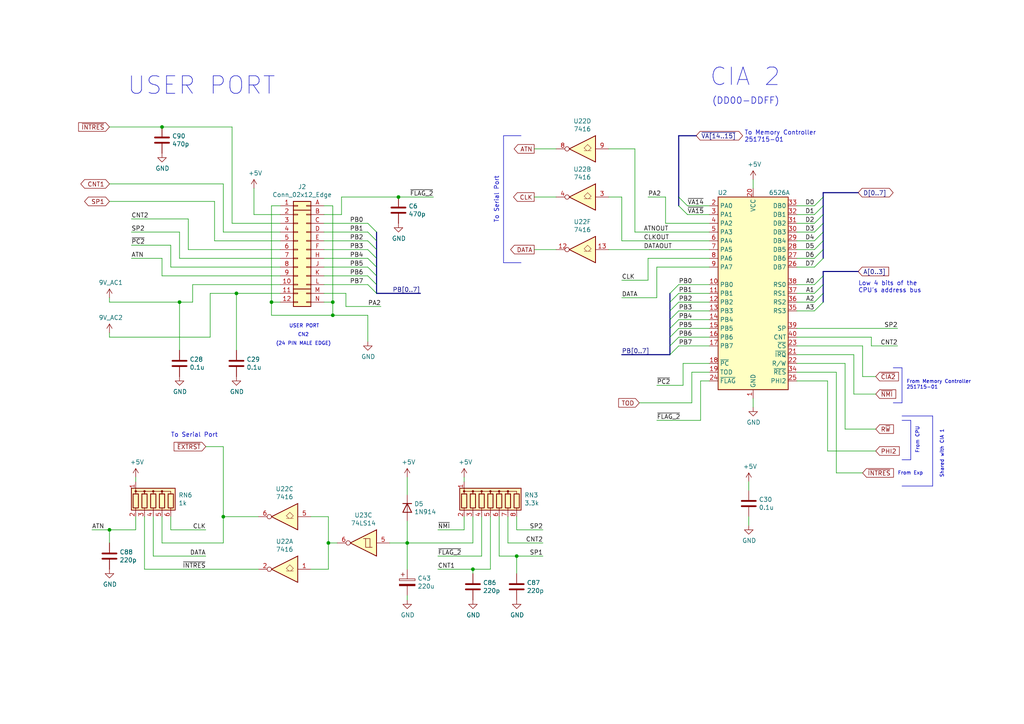
<source format=kicad_sch>
(kicad_sch (version 20230121) (generator eeschema)
  (paper "A4")
  (title_block (title "Commodore C64C - Assy 250469-01 Rev. A") (date "2023-04-02") (rev "2") (company "https://github.com/KicadRetroArchive") (comment 1 "KiCad schematic licensed under CERN-OHL-S") (comment 2 "WARNING: These schematics might contain errors!") (comment 3 "Author: Andrea Cisternino <andrea.cisternino@posteo.net>"))
  (lib_symbols
    (symbol "250469-01:9V_AC1" (power) (pin_names (offset 0))
      (property "Value" "9V_AC1" (at 0 3.556 0))
      (symbol "9V_AC1_0_1"
        (polyline (pts (xy -0.762 1.27) (xy 0 2.54)))
        (polyline (pts (xy 0 0) (xy 0 2.54)))
        (polyline (pts (xy 0 2.54) (xy 0.762 1.27)))
      )
      (symbol "9V_AC1_1_1"
        (pin power_in line (at 0 0 90) (length 0) hide (name "9V_AC1") (number "1"))
      )
    )
    (symbol "250469-01:9V_AC2" (power) (pin_names (offset 0))
      (property "Value" "9V_AC2" (at 0 3.556 0))
      (symbol "9V_AC2_0_1"
        (polyline (pts (xy -0.762 1.27) (xy 0 2.54)))
        (polyline (pts (xy 0 0) (xy 0 2.54)))
        (polyline (pts (xy 0 2.54) (xy 0.762 1.27)))
      )
      (symbol "9V_AC2_1_1"
        (pin power_in line (at 0 0 90) (length 0) hide (name "9V_AC2") (number "1"))
      )
    )
    (symbol "250469-01:Conn_02x12_Edge" (pin_names (offset 1.016) hide)
      (property "Reference" "J" (at 0 16.51 0))
      (property "Value" "Conn_02x12_Edge" (at 0 -16.51 0))
      (symbol "Conn_02x12_Edge_0_1"
        (polyline (pts (xy -2.54 -10.16) (xy 2.54 -10.16)) (stroke (width 0.254)))
        (polyline (pts (xy -2.54 12.7) (xy 2.54 12.7)) (stroke (width 0.254)))
      )
      (symbol "Conn_02x12_Edge_1_1"
        (rectangle (start -2.54 -13.843) (end -1.27 -14.097) (stroke (width 0.1524)))
        (rectangle (start -2.54 -11.303) (end -1.27 -11.557) (stroke (width 0.1524)))
        (rectangle (start -2.54 -8.763) (end -1.27 -9.017) (stroke (width 0.1524)))
        (rectangle (start -2.54 -6.223) (end -1.27 -6.477) (stroke (width 0.1524)))
        (rectangle (start -2.54 -3.683) (end -1.27 -3.937) (stroke (width 0.1524)))
        (rectangle (start -2.54 -1.143) (end -1.27 -1.397) (stroke (width 0.1524)))
        (rectangle (start -2.54 1.397) (end -1.27 1.143) (stroke (width 0.1524)))
        (rectangle (start -2.54 3.937) (end -1.27 3.683) (stroke (width 0.1524)))
        (rectangle (start -2.54 6.477) (end -1.27 6.223) (stroke (width 0.1524)))
        (rectangle (start -2.54 9.017) (end -1.27 8.763) (stroke (width 0.1524)))
        (rectangle (start -2.54 11.557) (end -1.27 11.303) (stroke (width 0.1524)))
        (rectangle (start -2.54 14.097) (end -1.27 13.843) (stroke (width 0.1524)))
        (rectangle (start -2.54 15.24) (end 2.54 -15.24) (stroke (width 0.254)) (fill (type background)))
        (rectangle (start 2.54 -13.843) (end 1.27 -14.097) (stroke (width 0.1524)))
        (rectangle (start 2.54 -11.303) (end 1.27 -11.557) (stroke (width 0.1524)))
        (rectangle (start 2.54 -8.763) (end 1.27 -9.017) (stroke (width 0.1524)))
        (rectangle (start 2.54 -6.223) (end 1.27 -6.477) (stroke (width 0.1524)))
        (rectangle (start 2.54 -3.683) (end 1.27 -3.937) (stroke (width 0.1524)))
        (rectangle (start 2.54 -1.143) (end 1.27 -1.397) (stroke (width 0.1524)))
        (rectangle (start 2.54 1.397) (end 1.27 1.143) (stroke (width 0.1524)))
        (rectangle (start 2.54 3.937) (end 1.27 3.683) (stroke (width 0.1524)))
        (rectangle (start 2.54 6.477) (end 1.27 6.223) (stroke (width 0.1524)))
        (rectangle (start 2.54 9.017) (end 1.27 8.763) (stroke (width 0.1524)))
        (rectangle (start 2.54 11.557) (end 1.27 11.303) (stroke (width 0.1524)))
        (rectangle (start 2.54 14.097) (end 1.27 13.843) (stroke (width 0.1524)))
        (pin passive line (at -6.35 13.97 0) (length 3.81) (name "Pin_1") (number "1"))
        (pin passive line (at -6.35 -8.89 0) (length 3.81) (name "Pin_10") (number "10"))
        (pin passive line (at -6.35 -11.43 0) (length 3.81) (name "Pin_11") (number "11"))
        (pin passive line (at -6.35 -13.97 0) (length 3.81) (name "Pin_12") (number "12"))
        (pin passive line (at -6.35 11.43 0) (length 3.81) (name "Pin_2") (number "2"))
        (pin passive line (at -6.35 8.89 0) (length 3.81) (name "Pin_3") (number "3"))
        (pin passive line (at -6.35 6.35 0) (length 3.81) (name "Pin_4") (number "4"))
        (pin passive line (at -6.35 3.81 0) (length 3.81) (name "Pin_5") (number "5"))
        (pin passive line (at -6.35 1.27 0) (length 3.81) (name "Pin_6") (number "6"))
        (pin passive line (at -6.35 -1.27 0) (length 3.81) (name "Pin_7") (number "7"))
        (pin passive line (at -6.35 -3.81 0) (length 3.81) (name "Pin_8") (number "8"))
        (pin passive line (at -6.35 -6.35 0) (length 3.81) (name "Pin_9") (number "9"))
        (pin passive line (at 6.35 13.97 180) (length 3.81) (name "Pin_A") (number "A"))
        (pin passive line (at 6.35 11.43 180) (length 3.81) (name "Pin_B") (number "B"))
        (pin passive line (at 6.35 8.89 180) (length 3.81) (name "Pin_C") (number "C"))
        (pin passive line (at 6.35 6.35 180) (length 3.81) (name "Pin_D") (number "D"))
        (pin passive line (at 6.35 3.81 180) (length 3.81) (name "Pin_E") (number "E"))
        (pin passive line (at 6.35 1.27 180) (length 3.81) (name "Pin_F") (number "F"))
        (pin passive line (at 6.35 -1.27 180) (length 3.81) (name "Pin_H") (number "H"))
        (pin passive line (at 6.35 -3.81 180) (length 3.81) (name "Pin_J") (number "J"))
        (pin passive line (at 6.35 -6.35 180) (length 3.81) (name "Pin_K") (number "K"))
        (pin passive line (at 6.35 -8.89 180) (length 3.81) (name "Pin_L") (number "L"))
        (pin passive line (at 6.35 -11.43 180) (length 3.81) (name "Pin_M") (number "M"))
        (pin passive line (at 6.35 -13.97 180) (length 3.81) (name "Pin_N") (number "N"))
      )
    )
    (symbol "74xx:74LS14" (pin_names (offset 1.016))
      (property "Reference" "U" (at 0 1.27 0))
      (property "Value" "74LS14" (at 0 -1.27 0))
      (symbol "74LS14_1_0"
        (polyline (pts (xy -3.81 3.81) (xy -3.81 -3.81) (xy 3.81 0) (xy -3.81 3.81)) (stroke (width 0.254)) (fill (type background)))
        (pin input line (at -7.62 0 0) (length 3.81) (name "~") (number "1"))
        (pin output inverted (at 7.62 0 180) (length 3.81) (name "~") (number "2"))
      )
      (symbol "74LS14_1_1"
        (polyline (pts (xy -1.905 -1.27) (xy -1.905 1.27) (xy -0.635 1.27)))
        (polyline (pts (xy -2.54 -1.27) (xy -0.635 -1.27) (xy -0.635 1.27) (xy 0 1.27)))
      )
      (symbol "74LS14_2_0"
        (polyline (pts (xy -3.81 3.81) (xy -3.81 -3.81) (xy 3.81 0) (xy -3.81 3.81)) (stroke (width 0.254)) (fill (type background)))
        (pin input line (at -7.62 0 0) (length 3.81) (name "~") (number "3"))
        (pin output inverted (at 7.62 0 180) (length 3.81) (name "~") (number "4"))
      )
      (symbol "74LS14_2_1"
        (polyline (pts (xy -1.905 -1.27) (xy -1.905 1.27) (xy -0.635 1.27)))
        (polyline (pts (xy -2.54 -1.27) (xy -0.635 -1.27) (xy -0.635 1.27) (xy 0 1.27)))
      )
      (symbol "74LS14_3_0"
        (polyline (pts (xy -3.81 3.81) (xy -3.81 -3.81) (xy 3.81 0) (xy -3.81 3.81)) (stroke (width 0.254)) (fill (type background)))
        (pin input line (at -7.62 0 0) (length 3.81) (name "~") (number "5"))
        (pin output inverted (at 7.62 0 180) (length 3.81) (name "~") (number "6"))
      )
      (symbol "74LS14_3_1"
        (polyline (pts (xy -1.905 -1.27) (xy -1.905 1.27) (xy -0.635 1.27)))
        (polyline (pts (xy -2.54 -1.27) (xy -0.635 -1.27) (xy -0.635 1.27) (xy 0 1.27)))
      )
      (symbol "74LS14_4_0"
        (polyline (pts (xy -3.81 3.81) (xy -3.81 -3.81) (xy 3.81 0) (xy -3.81 3.81)) (stroke (width 0.254)) (fill (type background)))
        (pin output inverted (at 7.62 0 180) (length 3.81) (name "~") (number "8"))
        (pin input line (at -7.62 0 0) (length 3.81) (name "~") (number "9"))
      )
      (symbol "74LS14_4_1"
        (polyline (pts (xy -1.905 -1.27) (xy -1.905 1.27) (xy -0.635 1.27)))
        (polyline (pts (xy -2.54 -1.27) (xy -0.635 -1.27) (xy -0.635 1.27) (xy 0 1.27)))
      )
      (symbol "74LS14_5_0"
        (polyline (pts (xy -3.81 3.81) (xy -3.81 -3.81) (xy 3.81 0) (xy -3.81 3.81)) (stroke (width 0.254)) (fill (type background)))
        (pin output inverted (at 7.62 0 180) (length 3.81) (name "~") (number "10"))
        (pin input line (at -7.62 0 0) (length 3.81) (name "~") (number "11"))
      )
      (symbol "74LS14_5_1"
        (polyline (pts (xy -1.905 -1.27) (xy -1.905 1.27) (xy -0.635 1.27)))
        (polyline (pts (xy -2.54 -1.27) (xy -0.635 -1.27) (xy -0.635 1.27) (xy 0 1.27)))
      )
      (symbol "74LS14_6_0"
        (polyline (pts (xy -3.81 3.81) (xy -3.81 -3.81) (xy 3.81 0) (xy -3.81 3.81)) (stroke (width 0.254)) (fill (type background)))
        (pin output inverted (at 7.62 0 180) (length 3.81) (name "~") (number "12"))
        (pin input line (at -7.62 0 0) (length 3.81) (name "~") (number "13"))
      )
      (symbol "74LS14_6_1"
        (polyline (pts (xy -1.905 -1.27) (xy -1.905 1.27) (xy -0.635 1.27)))
        (polyline (pts (xy -2.54 -1.27) (xy -0.635 -1.27) (xy -0.635 1.27) (xy 0 1.27)))
      )
      (symbol "74LS14_7_0"
        (pin power_in line (at 0 12.7 270) (length 5.08) (name "VCC") (number "14"))
        (pin power_in line (at 0 -12.7 90) (length 5.08) (name "GND") (number "7"))
      )
      (symbol "74LS14_7_1"
        (rectangle (start -5.08 7.62) (end 5.08 -7.62) (stroke (width 0.254)) (fill (type background)))
      )
    )
    (symbol "Device:C" (pin_numbers hide) (pin_names (offset 0.254))
      (property "Reference" "C" (at 0.635 2.54 0))
      (property "Value" "C" (at 0.635 -2.54 0))
      (symbol "C_0_1"
        (polyline (pts (xy -2.032 -0.762) (xy 2.032 -0.762)) (stroke (width 0.508)))
        (polyline (pts (xy -2.032 0.762) (xy 2.032 0.762)) (stroke (width 0.508)))
      )
      (symbol "C_1_1"
        (pin passive line (at 0 3.81 270) (length 2.794) (name "~") (number "1"))
        (pin passive line (at 0 -3.81 90) (length 2.794) (name "~") (number "2"))
      )
    )
    (symbol "Device:C_Polarized" (pin_numbers hide) (pin_names (offset 0.254))
      (property "Reference" "C" (at 0.635 2.54 0))
      (property "Value" "C_Polarized" (at 0.635 -2.54 0))
      (symbol "C_Polarized_0_1"
        (rectangle (start -2.286 0.508) (end 2.286 1.016))
        (polyline (pts (xy -1.778 2.286) (xy -0.762 2.286)))
        (polyline (pts (xy -1.27 2.794) (xy -1.27 1.778)))
        (rectangle (start 2.286 -0.508) (end -2.286 -1.016) (fill (type outline)))
      )
      (symbol "C_Polarized_1_1"
        (pin passive line (at 0 3.81 270) (length 2.794) (name "~") (number "1"))
        (pin passive line (at 0 -3.81 90) (length 2.794) (name "~") (number "2"))
      )
    )
    (symbol "Device:R_Network05" (pin_names (offset 0) hide)
      (property "Reference" "RN" (at -7.62 0 90))
      (property "Value" "R_Network05" (at 7.62 0 90))
      (symbol "R_Network05_0_1"
        (rectangle (start -6.35 -3.175) (end 6.35 3.175) (stroke (width 0.254)) (fill (type background)))
        (rectangle (start -5.842 1.524) (end -4.318 -2.54) (stroke (width 0.254)))
        (circle (center -5.08 2.286) (radius 0.254) (fill (type outline)))
        (rectangle (start -3.302 1.524) (end -1.778 -2.54) (stroke (width 0.254)))
        (circle (center -2.54 2.286) (radius 0.254) (fill (type outline)))
        (rectangle (start -0.762 1.524) (end 0.762 -2.54) (stroke (width 0.254)))
        (polyline (pts (xy -5.08 -2.54) (xy -5.08 -3.81)))
        (polyline (pts (xy -2.54 -2.54) (xy -2.54 -3.81)))
        (polyline (pts (xy 0 -2.54) (xy 0 -3.81)))
        (polyline (pts (xy 2.54 -2.54) (xy 2.54 -3.81)))
        (polyline (pts (xy 5.08 -2.54) (xy 5.08 -3.81)))
        (polyline (pts (xy -5.08 1.524) (xy -5.08 2.286) (xy -2.54 2.286) (xy -2.54 1.524)))
        (polyline (pts (xy -2.54 1.524) (xy -2.54 2.286) (xy 0 2.286) (xy 0 1.524)))
        (polyline (pts (xy 0 1.524) (xy 0 2.286) (xy 2.54 2.286) (xy 2.54 1.524)))
        (polyline (pts (xy 2.54 1.524) (xy 2.54 2.286) (xy 5.08 2.286) (xy 5.08 1.524)))
        (circle (center 0 2.286) (radius 0.254) (fill (type outline)))
        (rectangle (start 1.778 1.524) (end 3.302 -2.54) (stroke (width 0.254)))
        (circle (center 2.54 2.286) (radius 0.254) (fill (type outline)))
        (rectangle (start 4.318 1.524) (end 5.842 -2.54) (stroke (width 0.254)))
      )
      (symbol "R_Network05_1_1"
        (pin passive line (at -5.08 5.08 270) (length 2.54) (name "common") (number "1"))
        (pin passive line (at -5.08 -5.08 90) (length 1.27) (name "R1") (number "2"))
        (pin passive line (at -2.54 -5.08 90) (length 1.27) (name "R2") (number "3"))
        (pin passive line (at 0 -5.08 90) (length 1.27) (name "R3") (number "4"))
        (pin passive line (at 2.54 -5.08 90) (length 1.27) (name "R4") (number "5"))
        (pin passive line (at 5.08 -5.08 90) (length 1.27) (name "R5") (number "6"))
      )
    )
    (symbol "Device:R_Network07" (pin_names (offset 0) hide)
      (property "Reference" "RN" (at -10.16 0 90))
      (property "Value" "R_Network07" (at 10.16 0 90))
      (symbol "R_Network07_0_1"
        (rectangle (start -8.89 -3.175) (end 8.89 3.175) (stroke (width 0.254)) (fill (type background)))
        (rectangle (start -8.382 1.524) (end -6.858 -2.54) (stroke (width 0.254)))
        (circle (center -7.62 2.286) (radius 0.254) (fill (type outline)))
        (rectangle (start -5.842 1.524) (end -4.318 -2.54) (stroke (width 0.254)))
        (circle (center -5.08 2.286) (radius 0.254) (fill (type outline)))
        (rectangle (start -3.302 1.524) (end -1.778 -2.54) (stroke (width 0.254)))
        (circle (center -2.54 2.286) (radius 0.254) (fill (type outline)))
        (rectangle (start -0.762 1.524) (end 0.762 -2.54) (stroke (width 0.254)))
        (polyline (pts (xy -7.62 -2.54) (xy -7.62 -3.81)))
        (polyline (pts (xy -5.08 -2.54) (xy -5.08 -3.81)))
        (polyline (pts (xy -2.54 -2.54) (xy -2.54 -3.81)))
        (polyline (pts (xy 0 -2.54) (xy 0 -3.81)))
        (polyline (pts (xy 2.54 -2.54) (xy 2.54 -3.81)))
        (polyline (pts (xy 5.08 -2.54) (xy 5.08 -3.81)))
        (polyline (pts (xy 7.62 -2.54) (xy 7.62 -3.81)))
        (polyline (pts (xy -7.62 1.524) (xy -7.62 2.286) (xy -5.08 2.286) (xy -5.08 1.524)))
        (polyline (pts (xy -5.08 1.524) (xy -5.08 2.286) (xy -2.54 2.286) (xy -2.54 1.524)))
        (polyline (pts (xy -2.54 1.524) (xy -2.54 2.286) (xy 0 2.286) (xy 0 1.524)))
        (polyline (pts (xy 0 1.524) (xy 0 2.286) (xy 2.54 2.286) (xy 2.54 1.524)))
        (polyline (pts (xy 2.54 1.524) (xy 2.54 2.286) (xy 5.08 2.286) (xy 5.08 1.524)))
        (polyline (pts (xy 5.08 1.524) (xy 5.08 2.286) (xy 7.62 2.286) (xy 7.62 1.524)))
        (circle (center 0 2.286) (radius 0.254) (fill (type outline)))
        (rectangle (start 1.778 1.524) (end 3.302 -2.54) (stroke (width 0.254)))
        (circle (center 2.54 2.286) (radius 0.254) (fill (type outline)))
        (rectangle (start 4.318 1.524) (end 5.842 -2.54) (stroke (width 0.254)))
        (circle (center 5.08 2.286) (radius 0.254) (fill (type outline)))
        (rectangle (start 6.858 1.524) (end 8.382 -2.54) (stroke (width 0.254)))
      )
      (symbol "R_Network07_1_1"
        (pin passive line (at -7.62 5.08 270) (length 2.54) (name "common") (number "1"))
        (pin passive line (at -7.62 -5.08 90) (length 1.27) (name "R1") (number "2"))
        (pin passive line (at -5.08 -5.08 90) (length 1.27) (name "R2") (number "3"))
        (pin passive line (at -2.54 -5.08 90) (length 1.27) (name "R3") (number "4"))
        (pin passive line (at 0 -5.08 90) (length 1.27) (name "R4") (number "5"))
        (pin passive line (at 2.54 -5.08 90) (length 1.27) (name "R5") (number "6"))
        (pin passive line (at 5.08 -5.08 90) (length 1.27) (name "R6") (number "7"))
        (pin passive line (at 7.62 -5.08 90) (length 1.27) (name "R7") (number "8"))
      )
    )
    (symbol "Diode:1N914" (pin_numbers hide) (pin_names hide)
      (property "Reference" "D" (at 0 2.54 0))
      (property "Value" "1N914" (at 0 -2.54 0))
      (symbol "1N914_0_1"
        (polyline (pts (xy -1.27 1.27) (xy -1.27 -1.27)) (stroke (width 0.254)))
        (polyline (pts (xy 1.27 0) (xy -1.27 0)))
        (polyline (pts (xy 1.27 1.27) (xy 1.27 -1.27) (xy -1.27 0) (xy 1.27 1.27)) (stroke (width 0.254)))
      )
      (symbol "1N914_1_1"
        (pin passive line (at -3.81 0 0) (length 2.54) (name "K") (number "1"))
        (pin passive line (at 3.81 0 180) (length 2.54) (name "A") (number "2"))
      )
    )
    (symbol "krl_74xx:7416"
      (property "Reference" "U" (at 0 1.524 0))
      (property "Value" "7416" (at 0 -0.762 0))
      (symbol "7416_1_0"
        (polyline (pts (xy -3.81 3.81) (xy -3.81 -3.81) (xy 3.81 0) (xy -3.81 3.81)) (stroke (width 0.254)) (fill (type background)))
        (pin input line (at -7.62 0 0) (length 3.81) (name "~") (number "1"))
        (pin open_collector inverted (at 7.62 0 180) (length 3.81) (name "~") (number "2"))
      )
      (symbol "7416_1_1"
        (polyline (pts (xy -2.54 -0.508) (xy -0.508 -0.508)) (stroke (width 0.1016)))
        (polyline (pts (xy -2.54 0.254) (xy -1.524 1.27)) (stroke (width 0.1016)))
        (polyline (pts (xy -1.778 -0.508) (xy -2.54 0.254)) (stroke (width 0.1016)))
        (polyline (pts (xy -1.524 1.27) (xy -0.508 0.254)) (stroke (width 0.1016)))
        (polyline (pts (xy -1.27 -0.508) (xy -0.508 0.254)) (stroke (width 0.1016)))
      )
      (symbol "7416_2_0"
        (polyline (pts (xy -3.81 3.81) (xy -3.81 -3.81) (xy 3.81 0) (xy -3.81 3.81)) (stroke (width 0.254)) (fill (type background)))
        (pin input line (at -7.62 0 0) (length 3.81) (name "~") (number "3"))
        (pin open_collector inverted (at 7.62 0 180) (length 3.81) (name "~") (number "4"))
      )
      (symbol "7416_2_1"
        (polyline (pts (xy -2.54 -0.508) (xy -0.508 -0.508)) (stroke (width 0.1016)))
        (polyline (pts (xy -2.54 0.254) (xy -1.524 1.27)) (stroke (width 0.1016)))
        (polyline (pts (xy -1.778 -0.508) (xy -2.54 0.254)) (stroke (width 0.1016)))
        (polyline (pts (xy -1.524 1.27) (xy -0.508 0.254)) (stroke (width 0.1016)))
        (polyline (pts (xy -1.27 -0.508) (xy -0.508 0.254)) (stroke (width 0.1016)))
      )
      (symbol "7416_3_0"
        (polyline (pts (xy -3.81 3.81) (xy -3.81 -3.81) (xy 3.81 0) (xy -3.81 3.81)) (stroke (width 0.254)) (fill (type background)))
        (pin input line (at -7.62 0 0) (length 3.81) (name "~") (number "5"))
        (pin open_collector inverted (at 7.62 0 180) (length 3.81) (name "~") (number "6"))
      )
      (symbol "7416_3_1"
        (polyline (pts (xy -2.54 -0.508) (xy -0.508 -0.508)) (stroke (width 0.1016)))
        (polyline (pts (xy -2.54 0.254) (xy -1.524 1.27)) (stroke (width 0.1016)))
        (polyline (pts (xy -1.778 -0.508) (xy -2.54 0.254)) (stroke (width 0.1016)))
        (polyline (pts (xy -1.524 1.27) (xy -0.508 0.254)) (stroke (width 0.1016)))
        (polyline (pts (xy -1.27 -0.508) (xy -0.508 0.254)) (stroke (width 0.1016)))
      )
      (symbol "7416_4_0"
        (polyline (pts (xy -3.81 3.81) (xy -3.81 -3.81) (xy 3.81 0) (xy -3.81 3.81)) (stroke (width 0.254)) (fill (type background)))
        (pin open_collector inverted (at 7.62 0 180) (length 3.81) (name "~") (number "8"))
        (pin input line (at -7.62 0 0) (length 3.81) (name "~") (number "9"))
      )
      (symbol "7416_4_1"
        (polyline (pts (xy -2.54 -0.508) (xy -0.508 -0.508)) (stroke (width 0.1016)))
        (polyline (pts (xy -2.54 0.254) (xy -1.524 1.27)) (stroke (width 0.1016)))
        (polyline (pts (xy -1.778 -0.508) (xy -2.54 0.254)) (stroke (width 0.1016)))
        (polyline (pts (xy -1.524 1.27) (xy -0.508 0.254)) (stroke (width 0.1016)))
        (polyline (pts (xy -1.27 -0.508) (xy -0.508 0.254)) (stroke (width 0.1016)))
      )
      (symbol "7416_5_0"
        (polyline (pts (xy -3.81 3.81) (xy -3.81 -3.81) (xy 3.81 0) (xy -3.81 3.81)) (stroke (width 0.254)) (fill (type background)))
        (pin open_collector inverted (at 7.62 0 180) (length 3.81) (name "~") (number "10"))
        (pin input line (at -7.62 0 0) (length 3.81) (name "~") (number "11"))
      )
      (symbol "7416_5_1"
        (polyline (pts (xy -2.54 -0.508) (xy -0.508 -0.508)) (stroke (width 0.1016)))
        (polyline (pts (xy -2.54 0.254) (xy -1.524 1.27)) (stroke (width 0.1016)))
        (polyline (pts (xy -1.778 -0.508) (xy -2.54 0.254)) (stroke (width 0.1016)))
        (polyline (pts (xy -1.524 1.27) (xy -0.508 0.254)) (stroke (width 0.1016)))
        (polyline (pts (xy -1.27 -0.508) (xy -0.508 0.254)) (stroke (width 0.1016)))
      )
      (symbol "7416_6_0"
        (polyline (pts (xy -3.81 3.81) (xy -3.81 -3.81) (xy 3.81 0) (xy -3.81 3.81)) (stroke (width 0.254)) (fill (type background)))
        (pin open_collector inverted (at 7.62 0 180) (length 3.81) (name "~") (number "12"))
        (pin input line (at -7.62 0 0) (length 3.81) (name "~") (number "13"))
      )
      (symbol "7416_6_1"
        (polyline (pts (xy -2.54 -0.508) (xy -0.508 -0.508)) (stroke (width 0.1016)))
        (polyline (pts (xy -2.54 0.254) (xy -1.524 1.27)) (stroke (width 0.1016)))
        (polyline (pts (xy -1.778 -0.508) (xy -2.54 0.254)) (stroke (width 0.1016)))
        (polyline (pts (xy -1.524 1.27) (xy -0.508 0.254)) (stroke (width 0.1016)))
        (polyline (pts (xy -1.27 -0.508) (xy -0.508 0.254)) (stroke (width 0.1016)))
      )
      (symbol "7416_7_0"
        (pin power_in line (at 0 12.7 270) (length 5.08) (name "VCC") (number "14"))
        (pin power_in line (at 0 -12.7 90) (length 5.08) (name "GND") (number "7"))
      )
      (symbol "7416_7_1"
        (rectangle (start -5.08 7.62) (end 5.08 -7.62) (stroke (width 0.254)) (fill (type background)))
      )
    )
    (symbol "krl_MOS-Technology:6526A"
      (property "Reference" "U" (at -10.16 29.21 0))
      (property "Value" "6526A" (at 7.62 29.21 0))
      (symbol "6526A_0_0"
        (pin power_in line (at 0 -30.48 90) (length 2.54) (name "GND") (number "1"))
        (pin bidirectional line (at -12.7 2.54 0) (length 2.54) (name "PB0") (number "10"))
        (pin bidirectional line (at -12.7 0 0) (length 2.54) (name "PB1") (number "11"))
        (pin bidirectional line (at -12.7 -2.54 0) (length 2.54) (name "PB2") (number "12"))
        (pin bidirectional line (at -12.7 -5.08 0) (length 2.54) (name "PB3") (number "13"))
        (pin bidirectional line (at -12.7 -7.62 0) (length 2.54) (name "PB4") (number "14"))
        (pin bidirectional line (at -12.7 -10.16 0) (length 2.54) (name "PB5") (number "15"))
        (pin bidirectional line (at -12.7 -12.7 0) (length 2.54) (name "PB6") (number "16"))
        (pin bidirectional line (at -12.7 -15.24 0) (length 2.54) (name "PB7") (number "17"))
        (pin output line (at -12.7 -20.32 0) (length 2.54) (name "~{PC}") (number "18"))
        (pin input line (at -12.7 -22.86 0) (length 2.54) (name "TOD") (number "19"))
        (pin bidirectional line (at -12.7 25.4 0) (length 2.54) (name "PA0") (number "2"))
        (pin power_in line (at 0 30.48 270) (length 2.54) (name "VCC") (number "20"))
        (pin open_collector line (at 12.7 -17.78 180) (length 2.54) (name "~{IRQ}") (number "21"))
        (pin input line (at 12.7 -20.32 180) (length 2.54) (name "R/W") (number "22"))
        (pin input line (at 12.7 -15.24 180) (length 2.54) (name "~{CS}") (number "23"))
        (pin input line (at -12.7 -25.4 0) (length 2.54) (name "~{FLAG}") (number "24"))
        (pin input line (at 12.7 -25.4 180) (length 2.54) (name "PHI2") (number "25"))
        (pin bidirectional line (at 12.7 7.62 180) (length 2.54) (name "DB7") (number "26"))
        (pin bidirectional line (at 12.7 10.16 180) (length 2.54) (name "DB6") (number "27"))
        (pin bidirectional line (at 12.7 12.7 180) (length 2.54) (name "DB5") (number "28"))
        (pin bidirectional line (at 12.7 15.24 180) (length 2.54) (name "DB4") (number "29"))
        (pin bidirectional line (at -12.7 22.86 0) (length 2.54) (name "PA1") (number "3"))
        (pin bidirectional line (at 12.7 17.78 180) (length 2.54) (name "DB3") (number "30"))
        (pin bidirectional line (at 12.7 20.32 180) (length 2.54) (name "DB2") (number "31"))
        (pin bidirectional line (at 12.7 22.86 180) (length 2.54) (name "DB1") (number "32"))
        (pin bidirectional line (at 12.7 25.4 180) (length 2.54) (name "DB0") (number "33"))
        (pin input line (at 12.7 -22.86 180) (length 2.54) (name "~{RES}") (number "34"))
        (pin input line (at 12.7 -5.08 180) (length 2.54) (name "RS3") (number "35"))
        (pin input line (at 12.7 -2.54 180) (length 2.54) (name "RS2") (number "36"))
        (pin input line (at 12.7 0 180) (length 2.54) (name "RS1") (number "37"))
        (pin input line (at 12.7 2.54 180) (length 2.54) (name "RS0") (number "38"))
        (pin bidirectional line (at 12.7 -10.16 180) (length 2.54) (name "SP") (number "39"))
        (pin bidirectional line (at -12.7 20.32 0) (length 2.54) (name "PA2") (number "4"))
        (pin bidirectional line (at 12.7 -12.7 180) (length 2.54) (name "CNT") (number "40"))
        (pin bidirectional line (at -12.7 17.78 0) (length 2.54) (name "PA3") (number "5"))
        (pin bidirectional line (at -12.7 15.24 0) (length 2.54) (name "PA4") (number "6"))
        (pin bidirectional line (at -12.7 12.7 0) (length 2.54) (name "PA5") (number "7"))
        (pin bidirectional line (at -12.7 10.16 0) (length 2.54) (name "PA6") (number "8"))
        (pin bidirectional line (at -12.7 7.62 0) (length 2.54) (name "PA7") (number "9"))
      )
      (symbol "6526A_0_1"
        (rectangle (start -10.16 27.94) (end 10.16 -27.94) (stroke (width 0.254)) (fill (type background)))
      )
    )
    (symbol "power:+5V" (power) (pin_names (offset 0))
      (property "Value" "+5V" (at 0 3.556 0))
      (symbol "+5V_0_1"
        (polyline (pts (xy -0.762 1.27) (xy 0 2.54)))
        (polyline (pts (xy 0 0) (xy 0 2.54)))
        (polyline (pts (xy 0 2.54) (xy 0.762 1.27)))
      )
      (symbol "+5V_1_1"
        (pin power_in line (at 0 0 90) (length 0) hide (name "+5V") (number "1"))
      )
    )
    (symbol "power:GND" (power) (pin_names (offset 0))
      (property "Value" "GND" (at 0 -3.81 0))
      (symbol "GND_0_1"
        (polyline (pts (xy 0 0) (xy 0 -1.27) (xy 1.27 -1.27) (xy 0 -2.54) (xy -1.27 -1.27) (xy 0 -1.27)))
      )
      (symbol "GND_1_1"
        (pin power_in line (at 0 0 270) (length 0) hide (name "GND") (number "1"))
      )
    )
  )
  (junction (at 64.77 149.86))
  (junction (at 137.16 165.1))
  (junction (at 52.07 87.63))
  (junction (at 96.52 87.63))
  (junction (at 68.58 85.09))
  (junction (at 118.11 157.48))
  (junction (at 95.25 157.48))
  (junction (at 31.75 153.67))
  (junction (at 46.99 36.83))
  (junction (at 149.86 161.29))
  (junction (at 115.57 57.15))
  (junction (at 96.52 91.44))
  (junction (at 78.74 87.63))
  (bus_entry (at 236.22 90.17) (size 2.54 -2.54))
  (bus_entry (at 106.68 69.85) (size 2.54 2.54))
  (bus_entry (at 196.85 82.55) (size -2.54 2.54))
  (bus_entry (at 196.85 57.15) (size 2.54 2.54))
  (bus_entry (at 236.22 64.77) (size 2.54 -2.54))
  (bus_entry (at 236.22 69.85) (size 2.54 -2.54))
  (bus_entry (at 194.31 87.63) (size 2.54 -2.54))
  (bus_entry (at 196.85 92.71) (size -2.54 2.54))
  (bus_entry (at 236.22 82.55) (size 2.54 -2.54))
  (bus_entry (at 236.22 59.69) (size 2.54 -2.54))
  (bus_entry (at 196.85 90.17) (size -2.54 2.54))
  (bus_entry (at 236.22 77.47) (size 2.54 -2.54))
  (bus_entry (at 106.68 77.47) (size 2.54 2.54))
  (bus_entry (at 106.68 80.01) (size 2.54 2.54))
  (bus_entry (at 196.85 59.69) (size 2.54 2.54))
  (bus_entry (at 106.68 67.31) (size 2.54 2.54))
  (bus_entry (at 196.85 95.25) (size -2.54 2.54))
  (bus_entry (at 236.22 85.09) (size 2.54 -2.54))
  (bus_entry (at 106.68 74.93) (size 2.54 2.54))
  (bus_entry (at 106.68 64.77) (size 2.54 2.54))
  (bus_entry (at 106.68 82.55) (size 2.54 2.54))
  (bus_entry (at 236.22 87.63) (size 2.54 -2.54))
  (bus_entry (at 106.68 72.39) (size 2.54 2.54))
  (bus_entry (at 236.22 67.31) (size 2.54 -2.54))
  (bus_entry (at 236.22 72.39) (size 2.54 -2.54))
  (bus_entry (at 196.85 87.63) (size -2.54 2.54))
  (bus_entry (at 236.22 74.93) (size 2.54 -2.54))
  (bus_entry (at 196.85 100.33) (size -2.54 2.54))
  (bus_entry (at 236.22 62.23) (size 2.54 -2.54))
  (bus_entry (at 196.85 97.79) (size -2.54 2.54))
  (wire (pts (xy 38.1 74.93) (xy 46.99 74.93)))
  (wire (pts (xy 231.14 64.77) (xy 236.22 64.77)))
  (wire (pts (xy 118.11 157.48) (xy 118.11 165.1)))
  (polyline (pts (xy 261.62 121.92) (xy 264.16 121.92)))
  (wire (pts (xy 231.14 77.47) (xy 236.22 77.47)))
  (wire (pts (xy 95.25 157.48) (xy 97.79 157.48)))
  (bus (pts (xy 238.76 85.09) (xy 238.76 87.63)))
  (wire (pts (xy 81.28 72.39) (xy 54.61 72.39)))
  (wire (pts (xy 78.74 59.69) (xy 78.74 87.63)))
  (wire (pts (xy 78.74 91.44) (xy 96.52 91.44)))
  (wire (pts (xy 52.07 67.31) (xy 52.07 74.93)))
  (bus (pts (xy 238.76 57.15) (xy 238.76 59.69)))
  (wire (pts (xy 231.14 95.25) (xy 260.35 95.25)))
  (bus (pts (xy 194.31 95.25) (xy 194.31 97.79)))
  (polyline (pts (xy 270.51 140.97) (xy 261.62 140.97)))
  (wire (pts (xy 90.17 149.86) (xy 95.25 149.86)))
  (bus (pts (xy 196.85 39.37) (xy 201.93 39.37)))
  (wire (pts (xy 38.1 67.31) (xy 52.07 67.31)))
  (wire (pts (xy 231.14 72.39) (xy 236.22 72.39)))
  (wire (pts (xy 39.37 153.67) (xy 31.75 153.67)))
  (wire (pts (xy 252.73 100.33) (xy 260.35 100.33)))
  (wire (pts (xy 176.53 72.39) (xy 205.74 72.39)))
  (wire (pts (xy 31.75 87.63) (xy 52.07 87.63)))
  (wire (pts (xy 198.12 105.41) (xy 205.74 105.41)))
  (wire (pts (xy 231.14 100.33) (xy 250.19 100.33)))
  (bus (pts (xy 238.76 78.74) (xy 248.92 78.74)))
  (wire (pts (xy 100.33 85.09) (xy 100.33 88.9)))
  (wire (pts (xy 203.2 121.92) (xy 190.5 121.92)))
  (wire (pts (xy 31.75 97.79) (xy 60.96 97.79)))
  (wire (pts (xy 137.16 166.37) (xy 137.16 165.1)))
  (wire (pts (xy 240.03 130.81) (xy 254 130.81)))
  (wire (pts (xy 93.98 64.77) (xy 106.68 64.77)))
  (wire (pts (xy 242.57 107.95) (xy 231.14 107.95)))
  (polyline (pts (xy 264.16 133.35) (xy 261.62 133.35)))
  (wire (pts (xy 161.29 72.39) (xy 154.94 72.39)))
  (wire (pts (xy 205.74 87.63) (xy 196.85 87.63)))
  (wire (pts (xy 93.98 59.69) (xy 96.52 59.69)))
  (wire (pts (xy 93.98 72.39) (xy 106.68 72.39)))
  (wire (pts (xy 231.14 74.93) (xy 236.22 74.93)))
  (bus (pts (xy 109.22 82.55) (xy 109.22 85.09)))
  (wire (pts (xy 137.16 149.86) (xy 137.16 157.48)))
  (bus (pts (xy 196.85 39.37) (xy 196.85 57.15)))
  (wire (pts (xy 176.53 57.15) (xy 180.34 57.15)))
  (wire (pts (xy 231.14 97.79) (xy 252.73 97.79)))
  (wire (pts (xy 193.04 64.77) (xy 205.74 64.77)))
  (polyline (pts (xy 261.62 116.84) (xy 259.08 116.84)))
  (wire (pts (xy 149.86 149.86) (xy 149.86 153.67)))
  (wire (pts (xy 240.03 110.49) (xy 240.03 130.81)))
  (bus (pts (xy 109.22 67.31) (xy 109.22 69.85)))
  (wire (pts (xy 231.14 67.31) (xy 236.22 67.31)))
  (bus (pts (xy 238.76 59.69) (xy 238.76 62.23)))
  (wire (pts (xy 231.14 82.55) (xy 236.22 82.55)))
  (wire (pts (xy 49.53 153.67) (xy 59.69 153.67)))
  (wire (pts (xy 231.14 102.87) (xy 247.65 102.87)))
  (wire (pts (xy 44.45 161.29) (xy 59.69 161.29)))
  (wire (pts (xy 41.91 165.1) (xy 74.93 165.1)))
  (wire (pts (xy 100.33 88.9) (xy 110.49 88.9)))
  (wire (pts (xy 41.91 149.86) (xy 41.91 165.1)))
  (wire (pts (xy 67.31 36.83) (xy 67.31 64.77)))
  (wire (pts (xy 96.52 91.44) (xy 106.68 91.44)))
  (wire (pts (xy 184.15 67.31) (xy 205.74 67.31)))
  (wire (pts (xy 93.98 87.63) (xy 96.52 87.63)))
  (wire (pts (xy 190.5 77.47) (xy 205.74 77.47)))
  (wire (pts (xy 93.98 67.31) (xy 106.68 67.31)))
  (bus (pts (xy 109.22 80.01) (xy 109.22 82.55)))
  (wire (pts (xy 46.99 157.48) (xy 64.77 157.48)))
  (wire (pts (xy 93.98 80.01) (xy 106.68 80.01)))
  (bus (pts (xy 238.76 78.74) (xy 238.76 80.01)))
  (wire (pts (xy 31.75 157.48) (xy 31.75 153.67)))
  (wire (pts (xy 205.74 95.25) (xy 196.85 95.25)))
  (bus (pts (xy 238.76 67.31) (xy 238.76 69.85)))
  (bus (pts (xy 238.76 80.01) (xy 238.76 82.55)))
  (wire (pts (xy 184.15 43.18) (xy 176.53 43.18)))
  (wire (pts (xy 93.98 69.85) (xy 106.68 69.85)))
  (bus (pts (xy 238.76 69.85) (xy 238.76 72.39)))
  (wire (pts (xy 149.86 166.37) (xy 149.86 161.29)))
  (wire (pts (xy 64.77 157.48) (xy 64.77 149.86)))
  (wire (pts (xy 60.96 85.09) (xy 60.96 97.79)))
  (wire (pts (xy 127 153.67) (xy 134.62 153.67)))
  (wire (pts (xy 242.57 137.16) (xy 242.57 107.95)))
  (wire (pts (xy 39.37 149.86) (xy 39.37 153.67)))
  (wire (pts (xy 187.96 81.28) (xy 180.34 81.28)))
  (wire (pts (xy 231.14 110.49) (xy 240.03 110.49)))
  (wire (pts (xy 205.74 59.69) (xy 199.39 59.69)))
  (wire (pts (xy 81.28 67.31) (xy 64.77 67.31)))
  (wire (pts (xy 64.77 149.86) (xy 64.77 129.54)))
  (wire (pts (xy 81.28 87.63) (xy 78.74 87.63)))
  (wire (pts (xy 46.99 80.01) (xy 81.28 80.01)))
  (bus (pts (xy 109.22 72.39) (xy 109.22 74.93)))
  (wire (pts (xy 46.99 36.83) (xy 67.31 36.83)))
  (bus (pts (xy 238.76 55.88) (xy 238.76 57.15)))
  (wire (pts (xy 184.15 67.31) (xy 184.15 43.18)))
  (wire (pts (xy 200.66 116.84) (xy 185.42 116.84)))
  (wire (pts (xy 96.52 59.69) (xy 96.52 87.63)))
  (bus (pts (xy 238.76 64.77) (xy 238.76 67.31)))
  (wire (pts (xy 245.11 124.46) (xy 254 124.46)))
  (wire (pts (xy 205.74 90.17) (xy 196.85 90.17)))
  (wire (pts (xy 118.11 157.48) (xy 137.16 157.48)))
  (wire (pts (xy 52.07 74.93) (xy 81.28 74.93)))
  (wire (pts (xy 113.03 157.48) (xy 118.11 157.48)))
  (bus (pts (xy 194.31 90.17) (xy 194.31 92.71)))
  (bus (pts (xy 109.22 77.47) (xy 109.22 80.01)))
  (wire (pts (xy 231.14 87.63) (xy 236.22 87.63)))
  (wire (pts (xy 231.14 105.41) (xy 245.11 105.41)))
  (wire (pts (xy 149.86 153.67) (xy 157.48 153.67)))
  (wire (pts (xy 31.75 36.83) (xy 46.99 36.83)))
  (wire (pts (xy 49.53 71.12) (xy 49.53 77.47)))
  (wire (pts (xy 78.74 87.63) (xy 78.74 91.44)))
  (wire (pts (xy 67.31 64.77) (xy 81.28 64.77)))
  (wire (pts (xy 81.28 85.09) (xy 68.58 85.09)))
  (wire (pts (xy 218.44 52.07) (xy 218.44 54.61)))
  (wire (pts (xy 147.32 149.86) (xy 147.32 157.48)))
  (wire (pts (xy 193.04 57.15) (xy 187.96 57.15)))
  (wire (pts (xy 52.07 101.6) (xy 52.07 87.63)))
  (polyline (pts (xy 146.05 39.37) (xy 151.13 39.37)))
  (bus (pts (xy 194.31 87.63) (xy 194.31 90.17)))
  (wire (pts (xy 96.52 87.63) (xy 96.52 91.44)))
  (wire (pts (xy 93.98 85.09) (xy 100.33 85.09)))
  (polyline (pts (xy 146.05 76.2) (xy 151.13 76.2)))
  (wire (pts (xy 252.73 97.79) (xy 252.73 100.33)))
  (wire (pts (xy 38.1 63.5) (xy 54.61 63.5)))
  (polyline (pts (xy 270.51 140.97) (xy 270.51 120.65)))
  (wire (pts (xy 245.11 105.41) (xy 245.11 124.46)))
  (wire (pts (xy 95.25 157.48) (xy 95.25 165.1)))
  (wire (pts (xy 68.58 101.6) (xy 68.58 85.09)))
  (wire (pts (xy 180.34 57.15) (xy 180.34 69.85)))
  (wire (pts (xy 205.74 82.55) (xy 196.85 82.55)))
  (wire (pts (xy 231.14 69.85) (xy 236.22 69.85)))
  (wire (pts (xy 187.96 74.93) (xy 205.74 74.93)))
  (wire (pts (xy 46.99 74.93) (xy 46.99 80.01)))
  (wire (pts (xy 190.5 86.36) (xy 180.34 86.36)))
  (wire (pts (xy 54.61 63.5) (xy 54.61 72.39)))
  (wire (pts (xy 190.5 77.47) (xy 190.5 86.36)))
  (wire (pts (xy 46.99 149.86) (xy 46.99 157.48)))
  (wire (pts (xy 217.17 149.86) (xy 217.17 152.4)))
  (wire (pts (xy 250.19 100.33) (xy 250.19 109.22)))
  (wire (pts (xy 81.28 59.69) (xy 78.74 59.69)))
  (wire (pts (xy 205.74 85.09) (xy 196.85 85.09)))
  (wire (pts (xy 250.19 137.16) (xy 242.57 137.16)))
  (wire (pts (xy 154.94 43.18) (xy 161.29 43.18)))
  (wire (pts (xy 250.19 109.22) (xy 254 109.22)))
  (wire (pts (xy 38.1 71.12) (xy 49.53 71.12)))
  (wire (pts (xy 205.74 110.49) (xy 203.2 110.49)))
  (wire (pts (xy 247.65 114.3) (xy 254 114.3)))
  (wire (pts (xy 190.5 111.76) (xy 198.12 111.76)))
  (wire (pts (xy 62.23 58.42) (xy 62.23 69.85)))
  (bus (pts (xy 180.34 102.87) (xy 194.31 102.87)))
  (bus (pts (xy 238.76 72.39) (xy 238.76 74.93)))
  (wire (pts (xy 49.53 149.86) (xy 49.53 153.67)))
  (wire (pts (xy 81.28 69.85) (xy 62.23 69.85)))
  (wire (pts (xy 205.74 62.23) (xy 199.39 62.23)))
  (wire (pts (xy 118.11 157.48) (xy 118.11 151.13)))
  (wire (pts (xy 44.45 149.86) (xy 44.45 161.29)))
  (wire (pts (xy 115.57 57.15) (xy 125.73 57.15)))
  (wire (pts (xy 31.75 87.63) (xy 31.75 86.36)))
  (wire (pts (xy 64.77 53.34) (xy 31.75 53.34)))
  (wire (pts (xy 231.14 85.09) (xy 236.22 85.09)))
  (wire (pts (xy 205.74 107.95) (xy 200.66 107.95)))
  (bus (pts (xy 109.22 69.85) (xy 109.22 72.39)))
  (polyline (pts (xy 264.16 121.92) (xy 264.16 133.35)))
  (wire (pts (xy 193.04 64.77) (xy 193.04 57.15)))
  (wire (pts (xy 142.24 149.86) (xy 142.24 165.1)))
  (wire (pts (xy 203.2 110.49) (xy 203.2 121.92)))
  (wire (pts (xy 52.07 87.63) (xy 55.88 87.63)))
  (wire (pts (xy 180.34 69.85) (xy 205.74 69.85)))
  (wire (pts (xy 127 165.1) (xy 137.16 165.1)))
  (bus (pts (xy 194.31 97.79) (xy 194.31 100.33)))
  (wire (pts (xy 134.62 138.43) (xy 134.62 139.7)))
  (wire (pts (xy 99.06 62.23) (xy 99.06 57.15)))
  (wire (pts (xy 95.25 149.86) (xy 95.25 157.48)))
  (wire (pts (xy 93.98 77.47) (xy 106.68 77.47)))
  (wire (pts (xy 217.17 142.24) (xy 217.17 139.7)))
  (wire (pts (xy 55.88 87.63) (xy 55.88 82.55)))
  (wire (pts (xy 137.16 165.1) (xy 142.24 165.1)))
  (wire (pts (xy 64.77 149.86) (xy 74.93 149.86)))
  (wire (pts (xy 39.37 138.43) (xy 39.37 139.7)))
  (wire (pts (xy 93.98 74.93) (xy 106.68 74.93)))
  (wire (pts (xy 149.86 161.29) (xy 157.48 161.29)))
  (bus (pts (xy 238.76 62.23) (xy 238.76 64.77)))
  (bus (pts (xy 196.85 57.15) (xy 196.85 59.69)))
  (wire (pts (xy 64.77 67.31) (xy 64.77 53.34)))
  (wire (pts (xy 93.98 82.55) (xy 106.68 82.55)))
  (wire (pts (xy 31.75 153.67) (xy 26.67 153.67)))
  (bus (pts (xy 109.22 85.09) (xy 121.92 85.09)))
  (bus (pts (xy 194.31 85.09) (xy 194.31 87.63)))
  (wire (pts (xy 247.65 102.87) (xy 247.65 114.3)))
  (wire (pts (xy 55.88 82.55) (xy 81.28 82.55)))
  (wire (pts (xy 73.66 62.23) (xy 81.28 62.23)))
  (wire (pts (xy 99.06 57.15) (xy 115.57 57.15)))
  (wire (pts (xy 205.74 92.71) (xy 196.85 92.71)))
  (wire (pts (xy 218.44 115.57) (xy 218.44 118.11)))
  (wire (pts (xy 144.78 161.29) (xy 149.86 161.29)))
  (wire (pts (xy 134.62 153.67) (xy 134.62 149.86)))
  (polyline (pts (xy 270.51 120.65) (xy 261.62 120.65)))
  (wire (pts (xy 64.77 129.54) (xy 59.69 129.54)))
  (wire (pts (xy 31.75 96.52) (xy 31.75 97.79)))
  (wire (pts (xy 198.12 111.76) (xy 198.12 105.41)))
  (wire (pts (xy 118.11 143.51) (xy 118.11 138.43)))
  (bus (pts (xy 109.22 74.93) (xy 109.22 77.47)))
  (polyline (pts (xy 261.62 106.68) (xy 261.62 116.84)))
  (bus (pts (xy 194.31 100.33) (xy 194.31 102.87)))
  (wire (pts (xy 95.25 165.1) (xy 90.17 165.1)))
  (wire (pts (xy 154.94 57.15) (xy 161.29 57.15)))
  (bus (pts (xy 194.31 92.71) (xy 194.31 95.25)))
  (wire (pts (xy 205.74 100.33) (xy 196.85 100.33)))
  (wire (pts (xy 106.68 91.44) (xy 106.68 99.06)))
  (bus (pts (xy 238.76 82.55) (xy 238.76 85.09)))
  (wire (pts (xy 200.66 107.95) (xy 200.66 116.84)))
  (wire (pts (xy 139.7 161.29) (xy 127 161.29)))
  (polyline (pts (xy 259.08 106.68) (xy 261.62 106.68)))
  (wire (pts (xy 231.14 62.23) (xy 236.22 62.23)))
  (wire (pts (xy 68.58 85.09) (xy 60.96 85.09)))
  (wire (pts (xy 147.32 157.48) (xy 157.48 157.48)))
  (wire (pts (xy 49.53 77.47) (xy 81.28 77.47)))
  (wire (pts (xy 118.11 173.99) (xy 118.11 172.72)))
  (wire (pts (xy 187.96 74.93) (xy 187.96 81.28)))
  (wire (pts (xy 73.66 54.61) (xy 73.66 62.23)))
  (bus (pts (xy 238.76 55.88) (xy 248.92 55.88)))
  (wire (pts (xy 31.75 58.42) (xy 62.23 58.42)))
  (wire (pts (xy 205.74 97.79) (xy 196.85 97.79)))
  (wire (pts (xy 231.14 59.69) (xy 236.22 59.69)))
  (polyline (pts (xy 146.05 39.37) (xy 146.05 76.2)))
  (wire (pts (xy 93.98 62.23) (xy 99.06 62.23)))
  (wire (pts (xy 144.78 149.86) (xy 144.78 161.29)))
  (wire (pts (xy 231.14 90.17) (xy 236.22 90.17)))
  (wire (pts (xy 139.7 149.86) (xy 139.7 161.29)))
  (text "(DD00-DDFF)" (at 206.502 30.48 0) (effects (font (size 1.905 1.905)) (justify left bottom)))
  (text "To Serial Port\n" (at 49.53 127 0) (effects (font (size 1.27 1.27)) (justify left bottom)))
  (text "USER PORT" (at 83.82 95.25 0) (effects (font (size 1.016 1.016)) (justify left bottom)))
  (text "From Memory Controller\n251715-01" (at 262.89 113.03 0) (effects (font (size 1.016 1.016)) (justify left bottom)))
  (text "Shared with CIA 1" (at 273.812 138.684 90) (effects (font (size 1.016 1.016)) (justify left bottom)))
  (text "From Exp" (at 260.35 137.922 0) (effects (font (size 1.016 1.016)) (justify left bottom)))
  (text "USER PORT" (at 36.83 27.94 0) (effects (font (size 5.08 5.08)) (justify left bottom)))
  (text "CIA 2" (at 205.74 25.4 0) (effects (font (size 5.08 5.08)) (justify left bottom)))
  (text "CN2" (at 86.36 97.79 0) (effects (font (size 1.016 1.016)) (justify left bottom)))
  (text "From CPU" (at 266.7 131.572 90) (effects (font (size 1.016 1.016)) (justify left bottom)))
  (text "(24 PIN MALE EDGE)" (at 80.01 100.33 0) (effects (font (size 1.016 1.016)) (justify left bottom)))
  (text "To Serial Port" (at 144.78 64.77 90) (effects (font (size 1.27 1.27)) (justify left bottom)))
  (text "Low 4 bits of the\nCPU's address bus" (at 248.92 85.09 0) (effects (font (size 1.27 1.27)) (justify left bottom)))
  (text "To Memory Controller\n251715-01" (at 215.9 41.402 0) (effects (font (size 1.27 1.27)) (justify left bottom)))
  (label "A2" (at 236.22 87.63 180))
  (label "CNT2" (at 157.48 157.48 180))
  (label "~{NMI}" (at 127 153.67 0))
  (label "D1" (at 236.22 62.23 180))
  (label "~{PC2}" (at 38.1 71.12 0))
  (label "CNT2" (at 38.1 63.5 0))
  (label "ATN" (at 26.67 153.67 0))
  (label "ATN" (at 38.1 74.93 0))
  (label "SP1" (at 157.48 161.29 180))
  (label "ATNOUT" (at 186.69 67.31 0))
  (label "PB2" (at 105.41 69.85 180))
  (label "SP2" (at 260.35 95.25 180))
  (label "PB5" (at 105.41 77.47 180))
  (label "D0" (at 236.22 59.69 180))
  (label "~{FLAG_2}" (at 125.73 57.15 180))
  (label "PA2" (at 110.49 88.9 180))
  (label "PB3" (at 105.41 72.39 180))
  (label "PB6" (at 196.85 97.79 0))
  (label "PB4" (at 196.85 92.71 0))
  (label "PB[0..7]" (at 180.34 102.87 0))
  (label "CLK" (at 59.69 153.67 180))
  (label "CNT1" (at 127 165.1 0))
  (label "A3" (at 236.22 90.17 180))
  (label "D2" (at 236.22 64.77 180))
  (label "~{VA14}" (at 199.39 59.69 0))
  (label "PB6" (at 105.41 80.01 180))
  (label "D4" (at 236.22 69.85 180))
  (label "CNT2" (at 260.35 100.33 180))
  (label "PB0" (at 105.41 64.77 180))
  (label "~{VA15}" (at 199.39 62.23 0))
  (label "~{PC2}" (at 190.5 111.76 0))
  (label "PB1" (at 196.85 85.09 0))
  (label "PA2" (at 187.96 57.15 0))
  (label "PB5" (at 196.85 95.25 0))
  (label "D6" (at 236.22 74.93 180))
  (label "PB4" (at 105.41 74.93 180))
  (label "D5" (at 236.22 72.39 180))
  (label "A1" (at 236.22 85.09 180))
  (label "SP2" (at 38.1 67.31 0))
  (label "DATA" (at 59.69 161.29 180))
  (label "PB1" (at 105.41 67.31 180))
  (label "PB[0..7]" (at 121.92 85.09 180))
  (label "CLK" (at 180.34 81.28 0))
  (label "D7" (at 236.22 77.47 180))
  (label "PB3" (at 196.85 90.17 0))
  (label "PB2" (at 196.85 87.63 0))
  (label "~{FLAG_2}" (at 190.5 121.92 0))
  (label "PB0" (at 196.85 82.55 0))
  (label "CLKOUT" (at 186.69 69.85 0))
  (label "~{FLAG_2}" (at 127 161.29 0))
  (label "A0" (at 236.22 82.55 180))
  (label "DATA" (at 180.34 86.36 0))
  (label "D3" (at 236.22 67.31 180))
  (label "PB7" (at 196.85 100.33 0))
  (label "SP2" (at 157.48 153.67 180))
  (label "DATAOUT" (at 186.69 72.39 0))
  (label "~{INTRES}" (at 59.69 165.1 180))
  (label "PB7" (at 105.41 82.55 180))
  (global_label "SP1" (shape bidirectional) (at 31.75 58.42 180) (property "Intersheetrefs" "${INTERSHEET_REFS}" (effects hide)))
  (global_label "~{VA[14..15]}" (shape bidirectional) (at 201.93 39.37 0) (property "Intersheetrefs" "${INTERSHEET_REFS}" (effects hide)))
  (global_label "CNT1" (shape bidirectional) (at 31.75 53.34 180) (property "Intersheetrefs" "${INTERSHEET_REFS}" (effects hide)))
  (global_label "~{NMI}" (shape input) (at 254 114.3 0) (property "Intersheetrefs" "${INTERSHEET_REFS}" (effects hide)))
  (global_label "CLK" (shape output) (at 154.94 57.15 180) (property "Intersheetrefs" "${INTERSHEET_REFS}" (effects hide)))
  (global_label "~{INTRES}" (shape input) (at 31.75 36.83 180) (property "Intersheetrefs" "${INTERSHEET_REFS}" (effects hide)))
  (global_label "D[0..7]" (shape bidirectional) (at 248.92 55.88 0) (property "Intersheetrefs" "${INTERSHEET_REFS}" (effects hide)))
  (global_label "~{EXTRST}" (shape input) (at 59.69 129.54 180) (property "Intersheetrefs" "${INTERSHEET_REFS}" (effects hide)))
  (global_label "A[0..3]" (shape input) (at 248.92 78.74 0) (property "Intersheetrefs" "${INTERSHEET_REFS}" (effects hide)))
  (global_label "TOD" (shape input) (at 185.42 116.84 180) (property "Intersheetrefs" "${INTERSHEET_REFS}" (effects hide)))
  (global_label "DATA" (shape output) (at 154.94 72.39 180) (property "Intersheetrefs" "${INTERSHEET_REFS}" (effects hide)))
  (global_label "ATN" (shape output) (at 154.94 43.18 180) (property "Intersheetrefs" "${INTERSHEET_REFS}" (effects hide)))
  (global_label "~{INTRES}" (shape input) (at 250.19 137.16 0) (property "Intersheetrefs" "${INTERSHEET_REFS}" (effects hide)))
  (global_label "PHI2" (shape input) (at 254 130.81 0) (property "Intersheetrefs" "${INTERSHEET_REFS}" (effects hide)))
  (global_label "R~{W}" (shape input) (at 254 124.46 0) (property "Intersheetrefs" "${INTERSHEET_REFS}" (effects hide)))
  (global_label "~{CIA2}" (shape input) (at 254 109.22 0) (property "Intersheetrefs" "${INTERSHEET_REFS}" (effects hide)))
  (symbol (lib_id "krl_74xx:7416") (at 168.91 43.18 0) (mirror y) (unit 4)
    (property "Reference" "U22" (at 168.91 35.1282 0))
    (property "Value" "7416" (at 168.91 37.4396 0))
    (property "Footprint" "Package_DIP:DIP-14_W7.62mm_Socket" (effects hide))
    (property "Datasheet" "http://www.ti.com/lit/ds/symlink/sn7406.pdf" (effects hide))
  )
  (symbol (lib_id "krl_74xx:7416") (at 168.91 57.15 0) (mirror y) (unit 2)
    (property "Reference" "U22" (at 168.91 49.0982 0))
    (property "Value" "7416" (at 168.91 51.4096 0))
    (property "Footprint" "Package_DIP:DIP-14_W7.62mm_Socket" (effects hide))
    (property "Datasheet" "http://www.ti.com/lit/ds/symlink/sn7406.pdf" (effects hide))
  )
  (symbol (lib_id "krl_74xx:7416") (at 168.91 72.39 0) (mirror y) (unit 6)
    (property "Reference" "U22" (at 168.91 64.3382 0))
    (property "Value" "7416" (at 168.91 66.6496 0))
    (property "Footprint" "Package_DIP:DIP-14_W7.62mm_Socket" (effects hide))
    (property "Datasheet" "http://www.ti.com/lit/ds/symlink/sn7406.pdf" (effects hide))
  )
  (symbol (lib_id "power:+5V") (at 73.66 54.61 0) (unit 1)
    (property "Reference" "#PWR0144" (effects hide))
    (property "Value" "+5V" (at 74.041 50.2158 0))
  )
  (symbol (lib_id "Device:R_Network07") (at 142.24 144.78 0) (unit 1)
    (property "Reference" "RN3" (at 152.0952 143.6116 0) (effects (justify left)))
    (property "Value" "3.3k" (at 152.0952 145.923 0) (effects (justify left)))
    (property "Footprint" "Resistor_THT:R_Array_SIP8" (effects hide))
    (property "Datasheet" "http://www.vishay.com/docs/31509/csc.pdf" (effects hide))
  )
  (symbol (lib_id "power:+5V") (at 134.62 138.43 0) (unit 1)
    (property "Reference" "#PWR0145" (effects hide))
    (property "Value" "+5V" (at 135.001 134.0358 0))
  )
  (symbol (lib_id "Device:C") (at 137.16 170.18 0) (unit 1)
    (property "Reference" "C86" (at 140.081 169.0116 0) (effects (justify left)))
    (property "Value" "220p" (at 140.081 171.323 0) (effects (justify left)))
    (property "Footprint" "Capacitor_THT:C_Disc_D4.7mm_W2.5mm_P5.00mm" (effects hide))
  )
  (symbol (lib_id "Device:C") (at 149.86 170.18 0) (unit 1)
    (property "Reference" "C87" (at 152.781 169.0116 0) (effects (justify left)))
    (property "Value" "220p" (at 152.781 171.323 0) (effects (justify left)))
    (property "Footprint" "Capacitor_THT:C_Disc_D4.7mm_W2.5mm_P5.00mm" (effects hide))
  )
  (symbol (lib_id "power:GND") (at 137.16 173.99 0) (unit 1)
    (property "Reference" "#PWR0146" (effects hide))
    (property "Value" "GND" (at 137.287 178.3842 0))
  )
  (symbol (lib_id "power:GND") (at 149.86 173.99 0) (unit 1)
    (property "Reference" "#PWR0147" (effects hide))
    (property "Value" "GND" (at 149.987 178.3842 0))
  )
  (symbol (lib_id "Device:R_Network05") (at 44.45 144.78 0) (unit 1)
    (property "Reference" "RN6" (at 51.7652 143.6116 0) (effects (justify left)))
    (property "Value" "1k" (at 51.7652 145.923 0) (effects (justify left)))
    (property "Footprint" "Resistor_THT:R_Array_SIP6" (effects hide))
    (property "Datasheet" "http://www.vishay.com/docs/31509/csc.pdf" (effects hide))
  )
  (symbol (lib_id "power:+5V") (at 39.37 138.43 0) (unit 1)
    (property "Reference" "#PWR0148" (effects hide))
    (property "Value" "+5V" (at 39.751 134.0358 0))
  )
  (symbol (lib_id "Device:C") (at 31.75 161.29 0) (unit 1)
    (property "Reference" "C88" (at 34.671 160.1216 0) (effects (justify left)))
    (property "Value" "220p" (at 34.671 162.433 0) (effects (justify left)))
    (property "Footprint" "Capacitor_THT:C_Disc_D4.7mm_W2.5mm_P5.00mm" (effects hide))
  )
  (symbol (lib_id "power:GND") (at 31.75 165.1 0) (unit 1)
    (property "Reference" "#PWR0149" (effects hide))
    (property "Value" "GND" (at 31.877 169.4942 0))
  )
  (symbol (lib_id "Diode:1N914") (at 118.11 147.32 270) (unit 1)
    (property "Reference" "D5" (at 120.142 146.1516 90) (effects (justify left)))
    (property "Value" "1N914" (at 120.142 148.463 90) (effects (justify left)))
    (property "Footprint" "Diode_THT:D_DO-35_SOD27_P7.62mm_Horizontal" (effects hide))
    (property "Datasheet" "http://www.vishay.com/docs/85622/1n914.pdf" (effects hide))
  )
  (symbol (lib_id "Device:C_Polarized") (at 118.11 168.91 0) (unit 1)
    (property "Reference" "C43" (at 121.1072 167.7416 0) (effects (justify left)))
    (property "Value" "220u" (at 121.1072 170.053 0) (effects (justify left)))
    (property "Footprint" "Capacitor_THT:CP_Radial_D8.0mm_P5.00mm" (effects hide))
  )
  (symbol (lib_id "power:GND") (at 118.11 173.99 0) (unit 1)
    (property "Reference" "#PWR0150" (effects hide))
    (property "Value" "GND" (at 118.237 178.3842 0))
  )
  (symbol (lib_id "power:+5V") (at 118.11 138.43 0) (unit 1)
    (property "Reference" "#PWR0151" (effects hide))
    (property "Value" "+5V" (at 118.491 134.0358 0))
  )
  (symbol (lib_id "74xx:74LS14") (at 105.41 157.48 0) (mirror y) (unit 3)
    (property "Reference" "U23" (at 105.41 149.4282 0))
    (property "Value" "74LS14" (at 105.41 151.7396 0))
    (property "Footprint" "Package_DIP:DIP-14_W7.62mm_Socket" (effects hide))
    (property "Datasheet" "http://www.ti.com/lit/gpn/sn74LS14" (effects hide))
  )
  (symbol (lib_id "krl_74xx:7416") (at 82.55 149.86 0) (mirror y) (unit 3)
    (property "Reference" "U22" (at 82.55 141.8082 0))
    (property "Value" "7416" (at 82.55 144.1196 0))
    (property "Footprint" "Package_DIP:DIP-14_W7.62mm_Socket" (effects hide))
    (property "Datasheet" "http://www.ti.com/lit/ds/symlink/sn7406.pdf" (effects hide))
  )
  (symbol (lib_id "krl_74xx:7416") (at 82.55 165.1 0) (mirror y) (unit 1)
    (property "Reference" "U22" (at 82.55 157.0482 0))
    (property "Value" "7416" (at 82.55 159.3596 0))
    (property "Footprint" "Package_DIP:DIP-14_W7.62mm_Socket" (effects hide))
    (property "Datasheet" "http://www.ti.com/lit/ds/symlink/sn7406.pdf" (effects hide))
  )
  (symbol (lib_id "power:+5V") (at 217.17 139.7 0) (unit 1)
    (property "Reference" "#PWR0152" (effects hide))
    (property "Value" "+5V" (at 217.551 135.3058 0))
  )
  (symbol (lib_id "power:GND") (at 217.17 152.4 0) (unit 1)
    (property "Reference" "#PWR0153" (effects hide))
    (property "Value" "GND" (at 217.297 156.7942 0))
  )
  (symbol (lib_id "Device:C") (at 217.17 146.05 0) (unit 1)
    (property "Reference" "C30" (at 220.091 144.8816 0) (effects (justify left)))
    (property "Value" "0.1u" (at 220.091 147.193 0) (effects (justify left)))
    (property "Footprint" "Capacitor_THT:C_Disc_D4.7mm_W2.5mm_P5.00mm" (effects hide))
    (instances (project "C64C-250469-01-A" (path "" (reference "C30") (unit 1)) (path "" (reference "C?") (unit 1))))
  )
  (symbol (lib_id "250469-01:9V_AC1") (at 31.75 86.36 0) (unit 1)
    (property "Reference" "#PWR015" (effects hide))
    (property "Value" "9V_AC1" (at 32.131 81.9658 0))
  )
  (symbol (lib_id "250469-01:9V_AC2") (at 31.75 96.52 0) (unit 1)
    (property "Reference" "#PWR016" (effects hide))
    (property "Value" "9V_AC2" (at 32.131 92.1258 0))
  )
  (symbol (lib_id "250469-01:Conn_02x12_Edge") (at 87.63 73.66 0) (unit 1)
    (property "Reference" "J2" (at 87.63 54.1782 0))
    (property "Value" "Conn_02x12_Edge" (at 87.63 56.4896 0))
    (property "Footprint" "250469-01:Connector_Edge_2x12_P3.96mm" (effects hide))
  )
  (symbol (lib_id "power:GND") (at 106.68 99.06 0) (unit 1)
    (property "Reference" "#PWR0137" (effects hide))
    (property "Value" "GND" (at 106.807 103.4542 0))
  )
  (symbol (lib_id "Device:C") (at 46.99 40.64 0) (unit 1)
    (property "Reference" "C90" (at 49.911 39.4716 0) (effects (justify left)))
    (property "Value" "470p" (at 49.911 41.783 0) (effects (justify left)))
    (property "Footprint" "Capacitor_THT:C_Disc_D4.7mm_W2.5mm_P5.00mm" (effects hide))
  )
  (symbol (lib_id "power:GND") (at 46.99 44.45 0) (unit 1)
    (property "Reference" "#PWR0138" (effects hide))
    (property "Value" "GND" (at 47.117 48.8442 0))
  )
  (symbol (lib_id "Device:C") (at 68.58 105.41 0) (unit 1)
    (property "Reference" "C29" (at 71.501 104.2416 0) (effects (justify left)))
    (property "Value" "0.1u" (at 71.501 106.553 0) (effects (justify left)))
    (property "Footprint" "Capacitor_THT:C_Disc_D4.7mm_W2.5mm_P5.00mm" (effects hide))
  )
  (symbol (lib_id "power:GND") (at 68.58 109.22 0) (unit 1)
    (property "Reference" "#PWR0139" (effects hide))
    (property "Value" "GND" (at 68.707 113.6142 0))
  )
  (symbol (lib_id "Device:C") (at 52.07 105.41 0) (unit 1)
    (property "Reference" "C28" (at 54.991 104.2416 0) (effects (justify left)))
    (property "Value" "0.1u" (at 54.991 106.553 0) (effects (justify left)))
    (property "Footprint" "Capacitor_THT:C_Disc_D4.7mm_W2.5mm_P5.00mm" (effects hide))
  )
  (symbol (lib_id "power:GND") (at 52.07 109.22 0) (unit 1)
    (property "Reference" "#PWR0140" (effects hide))
    (property "Value" "GND" (at 52.197 113.6142 0))
  )
  (symbol (lib_id "Device:C") (at 115.57 60.96 0) (unit 1)
    (property "Reference" "C6" (at 118.491 59.7916 0) (effects (justify left)))
    (property "Value" "470p" (at 118.491 62.103 0) (effects (justify left)))
    (property "Footprint" "Capacitor_THT:C_Disc_D4.7mm_W2.5mm_P5.00mm" (effects hide))
  )
  (symbol (lib_id "power:GND") (at 115.57 64.77 0) (unit 1)
    (property "Reference" "#PWR0141" (effects hide))
    (property "Value" "GND" (at 115.697 69.1642 0))
  )
  (symbol (lib_id "krl_MOS-Technology:6526A") (at 218.44 85.09 0) (unit 1)
    (property "Reference" "U2" (at 209.55 55.88 0))
    (property "Value" "6526A" (at 226.06 55.88 0))
    (property "Footprint" "Package_DIP:DIP-40_W15.24mm_Socket" (effects hide))
    (property "Datasheet" "http://www.6502.org/documents/datasheets/mos/mos_6526_cia.pdf" (effects hide))
  )
  (symbol (lib_id "power:GND") (at 218.44 118.11 0) (unit 1)
    (property "Reference" "#PWR0142" (effects hide))
    (property "Value" "GND" (at 218.567 122.5042 0))
  )
  (symbol (lib_id "power:+5V") (at 218.44 52.07 0) (unit 1)
    (property "Reference" "#PWR0143" (effects hide))
    (property "Value" "+5V" (at 218.821 47.6758 0))
  )
)
</source>
